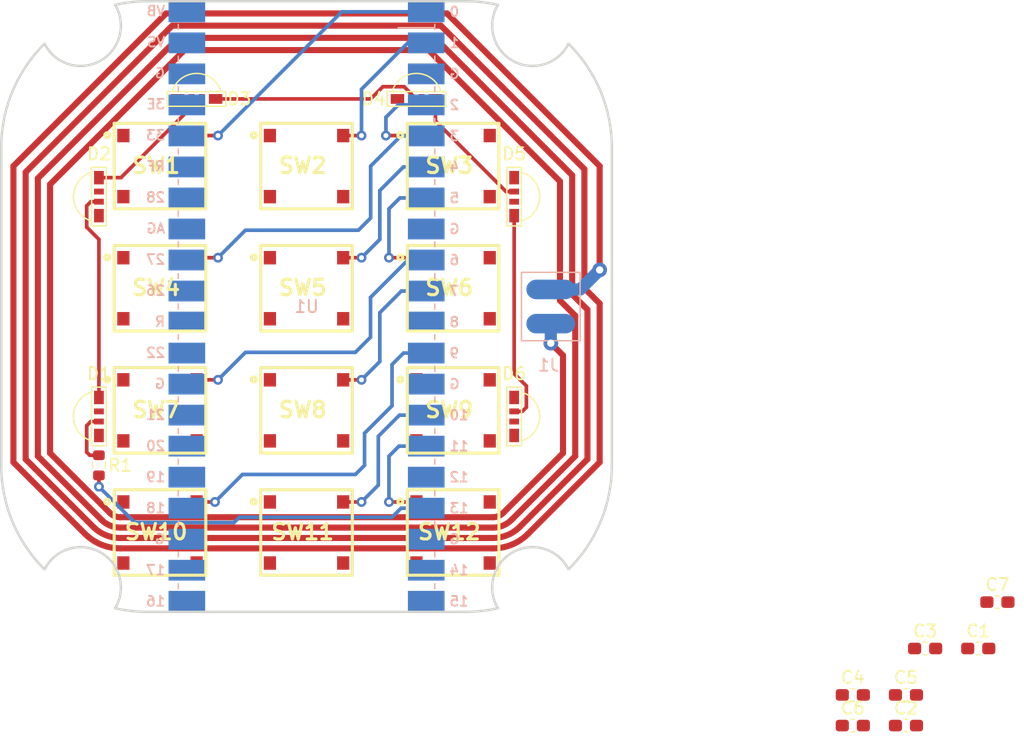
<source format=kicad_pcb>
(kicad_pcb (version 20221018) (generator pcbnew)
  (title_block (title "Teeny Controller for IIDX"))
  (layers (0 "F.Cu" signal) (31 "B.Cu" signal) (34 "B.Paste" user) (35 "F.Paste" user) (36 "B.SilkS" user "B.Silkscreen") (37 "F.SilkS" user "F.Silkscreen") (38 "B.Mask" user) (39 "F.Mask" user) (44 "Edge.Cuts" user))
  (net 0 "")
  (net 1 "+5V")
  (net 2 "GND")
  (net 3 "+3V3")
  (net 5 "Net-(D1-In)")
  (net 6 "Net-(D1-Out)")
  (net 9 "Net-(D2-Out)")
  (net 12 "Net-(D3-Out)")
  (net 15 "Net-(D4-Out)")
  (net 18 "Net-(D5-Out)")
  (net 26 "Net-(U1-GPIO13)")
  (net 27 "Net-(U1-GPIO0)")
  (net 32 "Net-(U1-GPIO1)")
  (net 33 "Net-(U1-GPIO2)")
  (net 44 "Net-(U1-GPIO3)")
  (net 45 "Net-(U1-GPIO4)")
  (net 47 "Net-(U1-GPIO5)")
  (net 50 "Net-(U1-GPIO6)")
  (net 51 "Net-(U1-GPIO7)")
  (net 52 "Net-(U1-GPIO8)")
  (net 55 "Net-(U1-GPIO9)")
  (net 56 "Net-(U1-GPIO10)")
  (net 57 "Net-(U1-GPIO11)")
  (net 77 "/ANT")
  (footprint "aic_pico:SKRR" (layer "F.Cu") (at 147.32 131.9)
    (fp_text reference "SW12" (at -0.315 -0.046) (layer "F.SilkS") (effects (font (size 1.27 1.27) (thickness 0.254))))
    (fp_text value "SKRR_4pin" hide)
    (fp_line (start -3.75 -3.5) (end -3.75 3.5) (stroke (width 0.254)) (layer "F.SilkS"))
    (fp_line (start -3.75 3.5) (end 3.75 3.5) (stroke (width 0.254)) (layer "F.SilkS"))
    (fp_line (start 3.75 -3.5) (end -3.75 -3.5) (stroke (width 0.254)) (layer "F.SilkS"))
    (fp_line (start 3.75 3.5) (end 3.75 -3.5) (stroke (width 0.254)) (layer "F.SilkS"))
    (fp_circle (center -4.321 -2.524) (end -4.321 -2.45095) (stroke (width 0.254)) (fill none) (layer "F.SilkS"))
    (pad "1" smd rect (at -3 -2.5) (size 1 1.1) (layers "F.Cu" "F.Paste" "F.Mask") (net 57 "Net-(U1-GPIO11)"))
    (pad "2" smd rect (at -3 2.5) (size 1 1.1) (layers "F.Cu" "F.Paste" "F.Mask") (net 2 "GND"))
    (pad "3" smd rect (at 3 -2.5) (size 1 1.1) (layers "F.Cu" "F.Paste" "F.Mask"))
    (pad "4" smd rect (at 3 2.5) (size 1 1.1) (layers "F.Cu" "F.Paste" "F.Mask"))
  )
  (footprint "aic_pico:WS2812B-1204" (layer "F.Cu") (at 144.32 96.4 180)
    (fp_text reference "D4" (at 3.5 0) (layer "F.SilkS"))
    (fp_text value "WS2812B_Unified" hide)
    (fp_line (start -2.4 0.6) (end -2.4 -0.6) (stroke (width 0.12)) (layer "F.SilkS"))
    (fp_line (start 2.4 -0.6) (end -2.4 -0.6) (stroke (width 0.12)) (layer "F.SilkS"))
    (fp_line (start 2.4 -0.6) (end 2.4 0.6) (stroke (width 0.12)) (layer "F.SilkS"))
    (fp_line (start 2.4 0.6) (end -2.4 0.6) (stroke (width 0.12)) (layer "F.SilkS"))
    (fp_arc (start 2 0.6) (mid 0 2.088061) (end -2 0.6) (stroke (width 0.12)) (layer "F.SilkS"))
    (pad "G" smd rect (at 1.555 0 180) (size 1.1 0.8) (layers "F.Cu" "F.Paste" "F.Mask"))
    (pad "I" smd rect (at 0.415 0 180) (size 0.48 0.8) (layers "F.Cu" "F.Paste" "F.Mask") (net 12 "Net-(D3-Out)"))
    (pad "O" smd rect (at -1.555 0 180) (size 1.1 0.8) (layers "F.Cu" "F.Paste" "F.Mask") (net 15 "Net-(D4-Out)"))
    (pad "V" smd rect (at -0.415 0 180) (size 0.48 0.8) (layers "F.Cu" "F.Paste" "F.Mask"))
  )
  (footprint "aic_pico:SKRR" (layer "F.Cu") (at 123.32 101.9)
    (fp_text reference "SW1" (at -0.315 -0.046) (layer "F.SilkS") (effects (font (size 1.27 1.27) (thickness 0.254))))
    (fp_text value "SKRR_4pin" hide)
    (fp_line (start -3.75 -3.5) (end -3.75 3.5) (stroke (width 0.254)) (layer "F.SilkS"))
    (fp_line (start -3.75 3.5) (end 3.75 3.5) (stroke (width 0.254)) (layer "F.SilkS"))
    (fp_line (start 3.75 -3.5) (end -3.75 -3.5) (stroke (width 0.254)) (layer "F.SilkS"))
    (fp_line (start 3.75 3.5) (end 3.75 -3.5) (stroke (width 0.254)) (layer "F.SilkS"))
    (fp_circle (center -4.321 -2.524) (end -4.321 -2.45095) (stroke (width 0.254)) (fill none) (layer "F.SilkS"))
    (pad "1" smd rect (at -3 -2.5) (size 1 1.1) (layers "F.Cu" "F.Paste" "F.Mask"))
    (pad "2" smd rect (at -3 2.5) (size 1 1.1) (layers "F.Cu" "F.Paste" "F.Mask"))
    (pad "3" smd rect (at 3 -2.5) (size 1 1.1) (layers "F.Cu" "F.Paste" "F.Mask") (net 27 "Net-(U1-GPIO0)"))
    (pad "4" smd rect (at 3 2.5) (size 1 1.1) (layers "F.Cu" "F.Paste" "F.Mask") (net 2 "GND"))
  )
  (footprint "aic_pico:SKRR" (layer "F.Cu") (at 135.32 101.9)
    (fp_text reference "SW2" (at -0.315 -0.046) (layer "F.SilkS") (effects (font (size 1.27 1.27) (thickness 0.254))))
    (fp_text value "SKRR_4pin" hide)
    (fp_line (start -3.75 -3.5) (end -3.75 3.5) (stroke (width 0.254)) (layer "F.SilkS"))
    (fp_line (start -3.75 3.5) (end 3.75 3.5) (stroke (width 0.254)) (layer "F.SilkS"))
    (fp_line (start 3.75 -3.5) (end -3.75 -3.5) (stroke (width 0.254)) (layer "F.SilkS"))
    (fp_line (start 3.75 3.5) (end 3.75 -3.5) (stroke (width 0.254)) (layer "F.SilkS"))
    (fp_circle (center -4.321 -2.524) (end -4.321 -2.45095) (stroke (width 0.254)) (fill none) (layer "F.SilkS"))
    (pad "1" smd rect (at -3 -2.5) (size 1 1.1) (layers "F.Cu" "F.Paste" "F.Mask"))
    (pad "2" smd rect (at -3 2.5) (size 1 1.1) (layers "F.Cu" "F.Paste" "F.Mask"))
    (pad "3" smd rect (at 3 -2.5) (size 1 1.1) (layers "F.Cu" "F.Paste" "F.Mask") (net 32 "Net-(U1-GPIO1)"))
    (pad "4" smd rect (at 3 2.5) (size 1 1.1) (layers "F.Cu" "F.Paste" "F.Mask") (net 2 "GND"))
  )
  (footprint "Capacitor_SMD:C_0603_1608Metric_Pad1.08x0.95mm_HandSolder" (layer "F.Cu") (at 191.89 137.6)
    (fp_text reference "C7" (at 0 -1.43) (layer "F.SilkS"))
    (fp_text value "0.1uF")
    (fp_line (start -0.146267 -0.51) (end 0.146267 -0.51) (stroke (width 0.12)) (layer "F.SilkS"))
    (fp_line (start -0.146267 0.51) (end 0.146267 0.51) (stroke (width 0.12)) (layer "F.SilkS"))
    (pad "1" smd roundrect (at -0.8625 0) (size 1.075 0.95) (layers "F.Cu" "F.Paste" "F.Mask") (net 3 "+3V3"))
    (pad "2" smd roundrect (at 0.8625 0) (size 1.075 0.95) (layers "F.Cu" "F.Paste" "F.Mask") (net 2 "GND"))
  )
  (footprint "aic_pico:WS2812B-1204" (layer "F.Cu") (at 152.32 104.4 90)
    (fp_text reference "D5" (at 3.5 0 180) (layer "F.SilkS"))
    (fp_text value "WS2812B_Unified" hide)
    (fp_line (start -2.4 0.6) (end -2.4 -0.6) (stroke (width 0.12)) (layer "F.SilkS"))
    (fp_line (start 2.4 -0.6) (end -2.4 -0.6) (stroke (width 0.12)) (layer "F.SilkS"))
    (fp_line (start 2.4 -0.6) (end 2.4 0.6) (stroke (width 0.12)) (layer "F.SilkS"))
    (fp_line (start 2.4 0.6) (end -2.4 0.6) (stroke (width 0.12)) (layer "F.SilkS"))
    (fp_arc (start 2 0.6) (mid 0 2.088061) (end -2 0.6) (stroke (width 0.12)) (layer "F.SilkS"))
    (pad "G" smd rect (at 1.555 0 90) (size 1.1 0.8) (layers "F.Cu" "F.Paste" "F.Mask"))
    (pad "I" smd rect (at 0.415 0 90) (size 0.48 0.8) (layers "F.Cu" "F.Paste" "F.Mask") (net 15 "Net-(D4-Out)"))
    (pad "O" smd rect (at -1.555 0 90) (size 1.1 0.8) (layers "F.Cu" "F.Paste" "F.Mask") (net 18 "Net-(D5-Out)"))
    (pad "V" smd rect (at -0.415 0 90) (size 0.48 0.8) (layers "F.Cu" "F.Paste" "F.Mask"))
  )
  (footprint "aic_pico:SKRR" (layer "F.Cu") (at 135.32 121.9)
    (fp_text reference "SW8" (at -0.315 -0.046) (layer "F.SilkS") (effects (font (size 1.27 1.27) (thickness 0.254))))
    (fp_text value "SKRR_4pin" hide)
    (fp_line (start -3.75 -3.5) (end -3.75 3.5) (stroke (width 0.254)) (layer "F.SilkS"))
    (fp_line (start -3.75 3.5) (end 3.75 3.5) (stroke (width 0.254)) (layer "F.SilkS"))
    (fp_line (start 3.75 -3.5) (end -3.75 -3.5) (stroke (width 0.254)) (layer "F.SilkS"))
    (fp_line (start 3.75 3.5) (end 3.75 -3.5) (stroke (width 0.254)) (layer "F.SilkS"))
    (fp_circle (center -4.321 -2.524) (end -4.321 -2.45095) (stroke (width 0.254)) (fill none) (layer "F.SilkS"))
    (pad "1" smd rect (at -3 -2.5) (size 1 1.1) (layers "F.Cu" "F.Paste" "F.Mask"))
    (pad "2" smd rect (at -3 2.5) (size 1 1.1) (layers "F.Cu" "F.Paste" "F.Mask"))
    (pad "3" smd rect (at 3 -2.5) (size 1 1.1) (layers "F.Cu" "F.Paste" "F.Mask") (net 51 "Net-(U1-GPIO7)"))
    (pad "4" smd rect (at 3 2.5) (size 1 1.1) (layers "F.Cu" "F.Paste" "F.Mask") (net 2 "GND"))
  )
  (footprint "aic_pico:WS2812B-1204" (layer "F.Cu") (at 126.32 96.4 180)
    (fp_text reference "D3" (at -3.5 0) (layer "F.SilkS"))
    (fp_text value "WS2812B_Unified" hide)
    (fp_line (start -2.4 0.6) (end -2.4 -0.6) (stroke (width 0.12)) (layer "F.SilkS"))
    (fp_line (start 2.4 -0.6) (end -2.4 -0.6) (stroke (width 0.12)) (layer "F.SilkS"))
    (fp_line (start 2.4 -0.6) (end 2.4 0.6) (stroke (width 0.12)) (layer "F.SilkS"))
    (fp_line (start 2.4 0.6) (end -2.4 0.6) (stroke (width 0.12)) (layer "F.SilkS"))
    (fp_arc (start 2 0.6) (mid 0 2.088061) (end -2 0.6) (stroke (width 0.12)) (layer "F.SilkS"))
    (pad "G" smd rect (at 1.555 0 180) (size 1.1 0.8) (layers "F.Cu" "F.Paste" "F.Mask"))
    (pad "I" smd rect (at 0.415 0 180) (size 0.48 0.8) (layers "F.Cu" "F.Paste" "F.Mask") (net 9 "Net-(D2-Out)"))
    (pad "O" smd rect (at -1.555 0 180) (size 1.1 0.8) (layers "F.Cu" "F.Paste" "F.Mask") (net 12 "Net-(D3-Out)"))
    (pad "V" smd rect (at -0.415 0 180) (size 0.48 0.8) (layers "F.Cu" "F.Paste" "F.Mask"))
  )
  (footprint "aic_pico:SKRR" (layer "F.Cu") (at 147.32 121.9)
    (fp_text reference "SW9" (at -0.315 -0.046) (layer "F.SilkS") (effects (font (size 1.27 1.27) (thickness 0.254))))
    (fp_text value "SKRR_4pin" hide)
    (fp_line (start -3.75 -3.5) (end -3.75 3.5) (stroke (width 0.254)) (layer "F.SilkS"))
    (fp_line (start -3.75 3.5) (end 3.75 3.5) (stroke (width 0.254)) (layer "F.SilkS"))
    (fp_line (start 3.75 -3.5) (end -3.75 -3.5) (stroke (width 0.254)) (layer "F.SilkS"))
    (fp_line (start 3.75 3.5) (end 3.75 -3.5) (stroke (width 0.254)) (layer "F.SilkS"))
    (fp_circle (center -4.321 -2.524) (end -4.321 -2.45095) (stroke (width 0.254)) (fill none) (layer "F.SilkS"))
    (pad "1" smd rect (at -3 -2.5) (size 1 1.1) (layers "F.Cu" "F.Paste" "F.Mask") (net 52 "Net-(U1-GPIO8)"))
    (pad "2" smd rect (at -3 2.5) (size 1 1.1) (layers "F.Cu" "F.Paste" "F.Mask") (net 2 "GND"))
    (pad "3" smd rect (at 3 -2.5) (size 1 1.1) (layers "F.Cu" "F.Paste" "F.Mask"))
    (pad "4" smd rect (at 3 2.5) (size 1 1.1) (layers "F.Cu" "F.Paste" "F.Mask"))
  )
  (footprint "aic_pico:SKRR" (layer "F.Cu") (at 135.32 131.9)
    (fp_text reference "SW11" (at -0.315 -0.046) (layer "F.SilkS") (effects (font (size 1.27 1.27) (thickness 0.254))))
    (fp_text value "SKRR_4pin" hide)
    (fp_line (start -3.75 -3.5) (end -3.75 3.5) (stroke (width 0.254)) (layer "F.SilkS"))
    (fp_line (start -3.75 3.5) (end 3.75 3.5) (stroke (width 0.254)) (layer "F.SilkS"))
    (fp_line (start 3.75 -3.5) (end -3.75 -3.5) (stroke (width 0.254)) (layer "F.SilkS"))
    (fp_line (start 3.75 3.5) (end 3.75 -3.5) (stroke (width 0.254)) (layer "F.SilkS"))
    (fp_circle (center -4.321 -2.524) (end -4.321 -2.45095) (stroke (width 0.254)) (fill none) (layer "F.SilkS"))
    (pad "1" smd rect (at -3 -2.5) (size 1 1.1) (layers "F.Cu" "F.Paste" "F.Mask"))
    (pad "2" smd rect (at -3 2.5) (size 1 1.1) (layers "F.Cu" "F.Paste" "F.Mask"))
    (pad "3" smd rect (at 3 -2.5) (size 1 1.1) (layers "F.Cu" "F.Paste" "F.Mask") (net 56 "Net-(U1-GPIO10)"))
    (pad "4" smd rect (at 3 2.5) (size 1 1.1) (layers "F.Cu" "F.Paste" "F.Mask") (net 2 "GND"))
  )
  (footprint "aic_pico:SKRR" (layer "F.Cu") (at 123.32 121.9)
    (fp_text reference "SW7" (at -0.315 -0.046) (layer "F.SilkS") (effects (font (size 1.27 1.27) (thickness 0.254))))
    (fp_text value "SKRR_4pin" hide)
    (fp_line (start -3.75 -3.5) (end -3.75 3.5) (stroke (width 0.254)) (layer "F.SilkS"))
    (fp_line (start -3.75 3.5) (end 3.75 3.5) (stroke (width 0.254)) (layer "F.SilkS"))
    (fp_line (start 3.75 -3.5) (end -3.75 -3.5) (stroke (width 0.254)) (layer "F.SilkS"))
    (fp_line (start 3.75 3.5) (end 3.75 -3.5) (stroke (width 0.254)) (layer "F.SilkS"))
    (fp_circle (center -4.321 -2.524) (end -4.321 -2.45095) (stroke (width 0.254)) (fill none) (layer "F.SilkS"))
    (pad "1" smd rect (at -3 -2.5) (size 1 1.1) (layers "F.Cu" "F.Paste" "F.Mask"))
    (pad "2" smd rect (at -3 2.5) (size 1 1.1) (layers "F.Cu" "F.Paste" "F.Mask"))
    (pad "3" smd rect (at 3 -2.5) (size 1 1.1) (layers "F.Cu" "F.Paste" "F.Mask") (net 50 "Net-(U1-GPIO6)"))
    (pad "4" smd rect (at 3 2.5) (size 1 1.1) (layers "F.Cu" "F.Paste" "F.Mask") (net 2 "GND"))
  )
  (footprint "aic_pico:WS2812B-1204" (layer "F.Cu") (at 118.32 122.4 -90)
    (fp_text reference "D1" (at -3.5 0 -180) (layer "F.SilkS"))
    (fp_text value "WS2812B_Unified" hide)
    (fp_line (start -2.4 0.6) (end -2.4 -0.6) (stroke (width 0.12)) (layer "F.SilkS"))
    (fp_line (start 2.4 -0.6) (end -2.4 -0.6) (stroke (width 0.12)) (layer "F.SilkS"))
    (fp_line (start 2.4 -0.6) (end 2.4 0.6) (stroke (width 0.12)) (layer "F.SilkS"))
    (fp_line (start 2.4 0.6) (end -2.4 0.6) (stroke (width 0.12)) (layer "F.SilkS"))
    (fp_arc (start 2 0.6) (mid 0 2.088061) (end -2 0.6) (stroke (width 0.12)) (layer "F.SilkS"))
    (pad "G" smd rect (at 1.555 0 270) (size 1.1 0.8) (layers "F.Cu" "F.Paste" "F.Mask"))
    (pad "I" smd rect (at 0.415 0 270) (size 0.48 0.8) (layers "F.Cu" "F.Paste" "F.Mask") (net 5 "Net-(D1-In)"))
    (pad "O" smd rect (at -1.555 0 270) (size 1.1 0.8) (layers "F.Cu" "F.Paste" "F.Mask") (net 6 "Net-(D1-Out)"))
    (pad "V" smd rect (at -0.415 0 270) (size 0.48 0.8) (layers "F.Cu" "F.Paste" "F.Mask"))
  )
  (footprint "Capacitor_SMD:C_0603_1608Metric_Pad1.08x0.95mm_HandSolder" (layer "F.Cu") (at 185.97 141.4)
    (fp_text reference "C3" (at 0 -1.43) (layer "F.SilkS"))
    (fp_text value "0.1uF")
    (fp_line (start -0.146267 -0.51) (end 0.146267 -0.51) (stroke (width 0.12)) (layer "F.SilkS"))
    (fp_line (start -0.146267 0.51) (end 0.146267 0.51) (stroke (width 0.12)) (layer "F.SilkS"))
    (pad "1" smd roundrect (at -0.8625 0) (size 1.075 0.95) (layers "F.Cu" "F.Paste" "F.Mask") (net 1 "+5V"))
    (pad "2" smd roundrect (at 0.8625 0) (size 1.075 0.95) (layers "F.Cu" "F.Paste" "F.Mask") (net 2 "GND"))
  )
  (footprint "aic_pico:SKRR" (layer "F.Cu") (at 123.32 131.9)
    (fp_text reference "SW10" (at -0.315 -0.046) (layer "F.SilkS") (effects (font (size 1.27 1.27) (thickness 0.254))))
    (fp_text value "SKRR_4pin" hide)
    (fp_line (start -3.75 -3.5) (end -3.75 3.5) (stroke (width 0.254)) (layer "F.SilkS"))
    (fp_line (start -3.75 3.5) (end 3.75 3.5) (stroke (width 0.254)) (layer "F.SilkS"))
    (fp_line (start 3.75 -3.5) (end -3.75 -3.5) (stroke (width 0.254)) (layer "F.SilkS"))
    (fp_line (start 3.75 3.5) (end 3.75 -3.5) (stroke (width 0.254)) (layer "F.SilkS"))
    (fp_circle (center -4.321 -2.524) (end -4.321 -2.45095) (stroke (width 0.254)) (fill none) (layer "F.SilkS"))
    (pad "1" smd rect (at -3 -2.5) (size 1 1.1) (layers "F.Cu" "F.Paste" "F.Mask"))
    (pad "2" smd rect (at -3 2.5) (size 1 1.1) (layers "F.Cu" "F.Paste" "F.Mask"))
    (pad "3" smd rect (at 3 -2.5) (size 1 1.1) (layers "F.Cu" "F.Paste" "F.Mask") (net 55 "Net-(U1-GPIO9)"))
    (pad "4" smd rect (at 3 2.5) (size 1 1.1) (layers "F.Cu" "F.Paste" "F.Mask") (net 2 "GND"))
  )
  (footprint "Capacitor_SMD:C_0603_1608Metric_Pad1.08x0.95mm_HandSolder" (layer "F.Cu") (at 180.05 147.71)
    (fp_text reference "C6" (at 0 -1.43) (layer "F.SilkS"))
    (fp_text value "0.1uF")
    (fp_line (start -0.146267 -0.51) (end 0.146267 -0.51) (stroke (width 0.12)) (layer "F.SilkS"))
    (fp_line (start -0.146267 0.51) (end 0.146267 0.51) (stroke (width 0.12)) (layer "F.SilkS"))
    (pad "1" smd roundrect (at -0.8625 0) (size 1.075 0.95) (layers "F.Cu" "F.Paste" "F.Mask") (net 3 "+3V3"))
    (pad "2" smd roundrect (at 0.8625 0) (size 1.075 0.95) (layers "F.Cu" "F.Paste" "F.Mask") (net 2 "GND"))
  )
  (footprint "Resistor_SMD:R_0603_1608Metric" (layer "F.Cu") (at 118.32 126.4 -90)
    (fp_text reference "R1" (at 0 -1.75 -180) (layer "F.SilkS"))
    (fp_text value "10" hide)
    (fp_line (start -0.237258 -0.5225) (end 0.237258 -0.5225) (stroke (width 0.12)) (layer "F.SilkS"))
    (fp_line (start -0.237258 0.5225) (end 0.237258 0.5225) (stroke (width 0.12)) (layer "F.SilkS"))
    (pad "1" smd roundrect (at -0.825 0 270) (size 0.8 0.95) (layers "F.Cu" "F.Paste" "F.Mask") (net 5 "Net-(D1-In)"))
    (pad "2" smd roundrect (at 0.825 0 270) (size 0.8 0.95) (layers "F.Cu" "F.Paste" "F.Mask") (net 26 "Net-(U1-GPIO13)"))
  )
  (footprint "aic_pico:SKRR" (layer "F.Cu") (at 147.32 101.9)
    (fp_text reference "SW3" (at -0.315 -0.046) (layer "F.SilkS") (effects (font (size 1.27 1.27) (thickness 0.254))))
    (fp_text value "SKRR_4pin" hide)
    (fp_line (start -3.75 -3.5) (end -3.75 3.5) (stroke (width 0.254)) (layer "F.SilkS"))
    (fp_line (start -3.75 3.5) (end 3.75 3.5) (stroke (width 0.254)) (layer "F.SilkS"))
    (fp_line (start 3.75 -3.5) (end -3.75 -3.5) (stroke (width 0.254)) (layer "F.SilkS"))
    (fp_line (start 3.75 3.5) (end 3.75 -3.5) (stroke (width 0.254)) (layer "F.SilkS"))
    (fp_circle (center -4.321 -2.524) (end -4.321 -2.45095) (stroke (width 0.254)) (fill none) (layer "F.SilkS"))
    (pad "1" smd rect (at -3 -2.5) (size 1 1.1) (layers "F.Cu" "F.Paste" "F.Mask") (net 33 "Net-(U1-GPIO2)"))
    (pad "2" smd rect (at -3 2.5) (size 1 1.1) (layers "F.Cu" "F.Paste" "F.Mask") (net 2 "GND"))
    (pad "3" smd rect (at 3 -2.5) (size 1 1.1) (layers "F.Cu" "F.Paste" "F.Mask"))
    (pad "4" smd rect (at 3 2.5) (size 1 1.1) (layers "F.Cu" "F.Paste" "F.Mask"))
  )
  (footprint "Capacitor_SMD:C_0603_1608Metric_Pad1.08x0.95mm_HandSolder" (layer "F.Cu") (at 180.05 145.2)
    (fp_text reference "C4" (at 0 -1.43) (layer "F.SilkS"))
    (fp_text value "0.1uF")
    (fp_line (start -0.146267 -0.51) (end 0.146267 -0.51) (stroke (width 0.12)) (layer "F.SilkS"))
    (fp_line (start -0.146267 0.51) (end 0.146267 0.51) (stroke (width 0.12)) (layer "F.SilkS"))
    (pad "1" smd roundrect (at -0.8625 0) (size 1.075 0.95) (layers "F.Cu" "F.Paste" "F.Mask") (net 3 "+3V3"))
    (pad "2" smd roundrect (at 0.8625 0) (size 1.075 0.95) (layers "F.Cu" "F.Paste" "F.Mask") (net 2 "GND"))
  )
  (footprint "aic_pico:SKRR" (layer "F.Cu") (at 135.32 111.9)
    (fp_text reference "SW5" (at -0.315 -0.046) (layer "F.SilkS") (effects (font (size 1.27 1.27) (thickness 0.254))))
    (fp_text value "SKRR_4pin" hide)
    (fp_line (start -3.75 -3.5) (end -3.75 3.5) (stroke (width 0.254)) (layer "F.SilkS"))
    (fp_line (start -3.75 3.5) (end 3.75 3.5) (stroke (width 0.254)) (layer "F.SilkS"))
    (fp_line (start 3.75 -3.5) (end -3.75 -3.5) (stroke (width 0.254)) (layer "F.SilkS"))
    (fp_line (start 3.75 3.5) (end 3.75 -3.5) (stroke (width 0.254)) (layer "F.SilkS"))
    (fp_circle (center -4.321 -2.524) (end -4.321 -2.45095) (stroke (width 0.254)) (fill none) (layer "F.SilkS"))
    (pad "1" smd rect (at -3 -2.5) (size 1 1.1) (layers "F.Cu" "F.Paste" "F.Mask"))
    (pad "2" smd rect (at -3 2.5) (size 1 1.1) (layers "F.Cu" "F.Paste" "F.Mask"))
    (pad "3" smd rect (at 3 -2.5) (size 1 1.1) (layers "F.Cu" "F.Paste" "F.Mask") (net 45 "Net-(U1-GPIO4)"))
    (pad "4" smd rect (at 3 2.5) (size 1 1.1) (layers "F.Cu" "F.Paste" "F.Mask") (net 2 "GND"))
  )
  (footprint "Capacitor_SMD:C_0603_1608Metric_Pad1.08x0.95mm_HandSolder" (layer "F.Cu") (at 184.4 147.71)
    (fp_text reference "C2" (at 0 -1.43) (layer "F.SilkS"))
    (fp_text value "0.1uF")
    (fp_line (start -0.146267 -0.51) (end 0.146267 -0.51) (stroke (width 0.12)) (layer "F.SilkS"))
    (fp_line (start -0.146267 0.51) (end 0.146267 0.51) (stroke (width 0.12)) (layer "F.SilkS"))
    (pad "1" smd roundrect (at -0.8625 0) (size 1.075 0.95) (layers "F.Cu" "F.Paste" "F.Mask") (net 1 "+5V"))
    (pad "2" smd roundrect (at 0.8625 0) (size 1.075 0.95) (layers "F.Cu" "F.Paste" "F.Mask") (net 2 "GND"))
  )
  (footprint "aic_pico:SKRR" (layer "F.Cu") (at 147.32 111.9)
    (fp_text reference "SW6" (at -0.315 -0.046) (layer "F.SilkS") (effects (font (size 1.27 1.27) (thickness 0.254))))
    (fp_text value "SKRR_4pin" hide)
    (fp_line (start -3.75 -3.5) (end -3.75 3.5) (stroke (width 0.254)) (layer "F.SilkS"))
    (fp_line (start -3.75 3.5) (end 3.75 3.5) (stroke (width 0.254)) (layer "F.SilkS"))
    (fp_line (start 3.75 -3.5) (end -3.75 -3.5) (stroke (width 0.254)) (layer "F.SilkS"))
    (fp_line (start 3.75 3.5) (end 3.75 -3.5) (stroke (width 0.254)) (layer "F.SilkS"))
    (fp_circle (center -4.321 -2.524) (end -4.321 -2.45095) (stroke (width 0.254)) (fill none) (layer "F.SilkS"))
    (pad "1" smd rect (at -3 -2.5) (size 1 1.1) (layers "F.Cu" "F.Paste" "F.Mask") (net 47 "Net-(U1-GPIO5)"))
    (pad "2" smd rect (at -3 2.5) (size 1 1.1) (layers "F.Cu" "F.Paste" "F.Mask") (net 2 "GND"))
    (pad "3" smd rect (at 3 -2.5) (size 1 1.1) (layers "F.Cu" "F.Paste" "F.Mask"))
    (pad "4" smd rect (at 3 2.5) (size 1 1.1) (layers "F.Cu" "F.Paste" "F.Mask"))
  )
  (footprint "Capacitor_SMD:C_0603_1608Metric_Pad1.08x0.95mm_HandSolder" (layer "F.Cu") (at 184.4 145.2)
    (fp_text reference "C5" (at 0 -1.43) (layer "F.SilkS"))
    (fp_text value "0.1uF")
    (fp_line (start -0.146267 -0.51) (end 0.146267 -0.51) (stroke (width 0.12)) (layer "F.SilkS"))
    (fp_line (start -0.146267 0.51) (end 0.146267 0.51) (stroke (width 0.12)) (layer "F.SilkS"))
    (pad "1" smd roundrect (at -0.8625 0) (size 1.075 0.95) (layers "F.Cu" "F.Paste" "F.Mask") (net 3 "+3V3"))
    (pad "2" smd roundrect (at 0.8625 0) (size 1.075 0.95) (layers "F.Cu" "F.Paste" "F.Mask") (net 2 "GND"))
  )
  (footprint "Capacitor_SMD:C_0603_1608Metric_Pad1.08x0.95mm_HandSolder" (layer "F.Cu") (at 190.32 141.4)
    (fp_text reference "C1" (at 0 -1.43) (layer "F.SilkS"))
    (fp_text value "0.1uF")
    (fp_line (start -0.146267 -0.51) (end 0.146267 -0.51) (stroke (width 0.12)) (layer "F.SilkS"))
    (fp_line (start -0.146267 0.51) (end 0.146267 0.51) (stroke (width 0.12)) (layer "F.SilkS"))
    (pad "1" smd roundrect (at -0.8625 0) (size 1.075 0.95) (layers "F.Cu" "F.Paste" "F.Mask") (net 1 "+5V"))
    (pad "2" smd roundrect (at 0.8625 0) (size 1.075 0.95) (layers "F.Cu" "F.Paste" "F.Mask") (net 2 "GND"))
  )
  (footprint "aic_pico:WS2812B-1204" (layer "F.Cu") (at 152.32 122.4 90)
    (fp_text reference "D6" (at 3.5 0 180) (layer "F.SilkS"))
    (fp_text value "WS2812B_Unified" hide)
    (fp_line (start -2.4 0.6) (end -2.4 -0.6) (stroke (width 0.12)) (layer "F.SilkS"))
    (fp_line (start 2.4 -0.6) (end -2.4 -0.6) (stroke (width 0.12)) (layer "F.SilkS"))
    (fp_line (start 2.4 -0.6) (end 2.4 0.6) (stroke (width 0.12)) (layer "F.SilkS"))
    (fp_line (start 2.4 0.6) (end -2.4 0.6) (stroke (width 0.12)) (layer "F.SilkS"))
    (fp_arc (start 2 0.6) (mid 0 2.088061) (end -2 0.6) (stroke (width 0.12)) (layer "F.SilkS"))
    (pad "G" smd rect (at 1.555 0 90) (size 1.1 0.8) (layers "F.Cu" "F.Paste" "F.Mask"))
    (pad "I" smd rect (at 0.415 0 90) (size 0.48 0.8) (layers "F.Cu" "F.Paste" "F.Mask") (net 18 "Net-(D5-Out)"))
    (pad "O" smd rect (at -1.555 0 90) (size 1.1 0.8) (layers "F.Cu" "F.Paste" "F.Mask"))
    (pad "V" smd rect (at -0.415 0 90) (size 0.48 0.8) (layers "F.Cu" "F.Paste" "F.Mask"))
  )
  (footprint "aic_pico:SKRR" (layer "F.Cu") (at 123.32 111.9)
    (fp_text reference "SW4" (at -0.315 -0.046) (layer "F.SilkS") (effects (font (size 1.27 1.27) (thickness 0.254))))
    (fp_text value "SKRR_4pin" hide)
    (fp_line (start -3.75 -3.5) (end -3.75 3.5) (stroke (width 0.254)) (layer "F.SilkS"))
    (fp_line (start -3.75 3.5) (end 3.75 3.5) (stroke (width 0.254)) (layer "F.SilkS"))
    (fp_line (start 3.75 -3.5) (end -3.75 -3.5) (stroke (width 0.254)) (layer "F.SilkS"))
    (fp_line (start 3.75 3.5) (end 3.75 -3.5) (stroke (width 0.254)) (layer "F.SilkS"))
    (fp_circle (center -4.321 -2.524) (end -4.321 -2.45095) (stroke (width 0.254)) (fill none) (layer "F.SilkS"))
    (pad "1" smd rect (at -3 -2.5) (size 1 1.1) (layers "F.Cu" "F.Paste" "F.Mask"))
    (pad "2" smd rect (at -3 2.5) (size 1 1.1) (layers "F.Cu" "F.Paste" "F.Mask"))
    (pad "3" smd rect (at 3 -2.5) (size 1 1.1) (layers "F.Cu" "F.Paste" "F.Mask") (net 44 "Net-(U1-GPIO3)"))
    (pad "4" smd rect (at 3 2.5) (size 1 1.1) (layers "F.Cu" "F.Paste" "F.Mask") (net 2 "GND"))
  )
  (footprint "aic_pico:WS2812B-1204" (layer "F.Cu") (at 118.32 104.4 -90)
    (fp_text reference "D2" (at -3.5 0 -180) (layer "F.SilkS"))
    (fp_text value "WS2812B_Unified" hide)
    (fp_line (start -2.4 0.6) (end -2.4 -0.6) (stroke (width 0.12)) (layer "F.SilkS"))
    (fp_line (start 2.4 -0.6) (end -2.4 -0.6) (stroke (width 0.12)) (layer "F.SilkS"))
    (fp_line (start 2.4 -0.6) (end 2.4 0.6) (stroke (width 0.12)) (layer "F.SilkS"))
    (fp_line (start 2.4 0.6) (end -2.4 0.6) (stroke (width 0.12)) (layer "F.SilkS"))
    (fp_arc (start 2 0.6) (mid 0 2.088061) (end -2 0.6) (stroke (width 0.12)) (layer "F.SilkS"))
    (pad "G" smd rect (at 1.555 0 270) (size 1.1 0.8) (layers "F.Cu" "F.Paste" "F.Mask"))
    (pad "I" smd rect (at 0.415 0 270) (size 0.48 0.8) (layers "F.Cu" "F.Paste" "F.Mask") (net 6 "Net-(D1-Out)"))
    (pad "O" smd rect (at -1.555 0 270) (size 1.1 0.8) (layers "F.Cu" "F.Paste" "F.Mask") (net 9 "Net-(D2-Out)"))
    (pad "V" smd rect (at -0.415 0 270) (size 0.48 0.8) (layers "F.Cu" "F.Paste" "F.Mask"))
  )
  (footprint "aic_pico:RPi_Pico_SMD_No_USB" (layer "B.Cu") (at 135.32 113.4 180)
    (fp_text reference "U1" (at 0 0) (layer "B.SilkS") (effects (justify mirror)))
    (fp_text value "Pico_Trim")
    (fp_text user "VB" (at 12.342857 24.2) (layer "B.SilkS") (effects (font (size 0.8 0.8)) (justify mirror)))
    (fp_text user "14" (at -12.480952 -21.59) (layer "B.SilkS") (effects (font (size 0.8 0.8)) (justify mirror)))
    (fp_text user "27" (at 12.361905 3.850528) (layer "B.SilkS") (effects (font (size 0.8 0.8)) (justify mirror)))
    (fp_text user "17" (at 12.361905 -21.586312) (layer "B.SilkS") (effects (font (size 0.8 0.8)) (justify mirror)))
    (fp_text user "4" (at -12.1 11.43) (layer "B.SilkS") (effects (font (size 0.8 0.8)) (justify mirror)))
    (fp_text user "3E" (at 12.342857 16.568948) (layer "B.SilkS") (effects (font (size 0.8 0.8)) (justify mirror)))
    (fp_text user "G" (at 12 -6.324208) (layer "B.SilkS") (effects (font (size 0.8 0.8)) (justify mirror)))
    (fp_text user "12" (at -12.480952 -13.97) (layer "B.SilkS") (effects (font (size 0.8 0.8)) (justify mirror)))
    (fp_text user "33" (at 12.361905 14.025264) (layer "B.SilkS") (effects (font (size 0.8 0.8)) (justify mirror)))
    (fp_text user "9" (at -12.1 -3.81) (layer "B.SilkS") (effects (font (size 0.8 0.8)) (justify mirror)))
    (fp_text user "11" (at -12.480952 -11.43) (layer "B.SilkS") (effects (font (size 0.8 0.8)) (justify mirror)))
    (fp_text user "16" (at 12.361905 -24.13) (layer "B.SilkS") (effects (font (size 0.8 0.8)) (justify mirror)))
    (fp_text user "RF" (at 12.342857 11.48158) (layer "B.SilkS") (effects (font (size 0.8 0.8)) (justify mirror)))
    (fp_text user "G" (at 12 -19.042628) (layer "B.SilkS") (effects (font (size 0.8 0.8)) (justify mirror)))
    (fp_text user "5" (at -12.1 8.89) (layer "B.SilkS") (effects (font (size 0.8 0.8)) (justify mirror)))
    (fp_text user "22" (at 12.361905 -3.780524) (layer "B.SilkS") (effects (font (size 0.8 0.8)) (justify mirror)))
    (fp_text user "R" (at 12 -1.23684) (layer "B.SilkS") (effects (font (size 0.8 0.8)) (justify mirror)))
    (fp_text user "G" (at -12.119047 -19.05) (layer "B.SilkS") (effects (font (size 0.8 0.8)) (justify mirror)))
    (fp_text user "G" (at -12.119047 19.05) (layer "B.SilkS") (effects (font (size 0.8 0.8)) (justify mirror)))
    (fp_text user "8" (at -12.1 -1.27) (layer "B.SilkS") (effects (font (size 0.8 0.8)) (justify mirror)))
    (fp_text user "10" (at -12.480952 -8.89) (layer "B.SilkS") (effects (font (size 0.8 0.8)) (justify mirror)))
    (fp_text user "21" (at 12.361905 -8.867892) (layer "B.SilkS") (effects (font (size 0.8 0.8)) (justify mirror)))
    (fp_text user "G" (at 12 19.112632) (layer "B.SilkS") (effects (font (size 0.8 0.8)) (justify mirror)))
    (fp_text user "G" (at -12.119047 -6.35) (layer "B.SilkS") (effects (font (size 0.8 0.8)) (justify mirror)))
    (fp_text user "6" (at -12.1 3.81) (layer "B.SilkS") (effects (font (size 0.8 0.8)) (justify mirror)))
    (fp_text user "1" (at -12.1 21.59) (layer "B.SilkS") (effects (font (size 0.8 0.8)) (justify mirror)))
    (fp_text user "G" (at -12.119047 6.35) (layer "B.SilkS") (effects (font (size 0.8 0.8)) (justify mirror)))
    (fp_text user "AG" (at 12.342857 6.394212) (layer "B.SilkS") (effects (font (size 0.8 0.8)) (justify mirror)))
    (fp_text user "0" (at -12.1 24.13) (layer "B.SilkS") (effects (font (size 0.8 0.8)) (justify mirror)))
    (fp_text user "28" (at 12.361905 8.937896) (layer "B.SilkS") (effects (font (size 0.8 0.8)) (justify mirror)))
    (fp_text user "18" (at 12.361905 -16.498944) (layer "B.SilkS") (effects (font (size 0.8 0.8)) (justify mirror)))
    (fp_text user "VS" (at 12.323809 21.656316) (layer "B.SilkS") (effects (font (size 0.8 0.8)) (justify mirror)))
    (fp_text user "26" (at 12.361905 1.306844) (layer "B.SilkS") (effects (font (size 0.8 0.8)) (justify mirror)))
    (fp_text user "20" (at 12.361905 -11.411576) (layer "B.SilkS") (effects (font (size 0.8 0.8)) (justify mirror)))
    (fp_text user "19" (at 12.361905 -13.95526) (layer "B.SilkS") (effects (font (size 0.8 0.8)) (justify mirror)))
    (fp_text user "2" (at -12.1 16.51) (layer "B.SilkS") (effects (font (size 0.8 0.8)) (justify mirror)))
    (fp_text user "15" (at -12.480952 -24.13) (layer "B.SilkS") (effects (font (size 0.8 0.8)) (justify mirror)))
    (fp_text user "3" (at -12.1 13.97) (layer "B.SilkS") (effects (font (size 0.8 0.8)) (justify mirror)))
    (fp_text user "13" (at -12.480952 -16.51) (layer "B.SilkS") (effects (font (size 0.8 0.8)) (justify mirror)))
    (fp_text user "7" (at -12.1 1.27) (layer "B.SilkS") (effects (font (size 0.8 0.8)) (justify mirror)))
    (fp_line (start -10.5 -22.7) (end -10.5 -23.1) (stroke (width 0.12)) (layer "B.SilkS"))
    (fp_line (start -10.5 -20.1) (end -10.5 -20.5) (stroke (width 0.12)) (layer "B.SilkS"))
    (fp_line (start -10.5 -17.6) (end -10.5 -18) (stroke (width 0.12)) (layer "B.SilkS"))
    (fp_line (start -10.5 -15.1) (end -10.5 -15.5) (stroke (width 0.12)) (layer "B.SilkS"))
    (fp_line (start -10.5 -12.5) (end -10.5 -12.9) (stroke (width 0.12)) (layer "B.SilkS"))
    (fp_line (start -10.5 -10) (end -10.5 -10.4) (stroke (width 0.12)) (layer "B.SilkS"))
    (fp_line (start -10.5 -7.4) (end -10.5 -7.8) (stroke (width 0.12)) (layer "B.SilkS"))
    (fp_line (start -10.5 -4.9) (end -10.5 -5.3) (stroke (width 0.12)) (layer "B.SilkS"))
    (fp_line (start -10.5 -2.3) (end -10.5 -2.7) (stroke (width 0.12)) (layer "B.SilkS"))
    (fp_line (start -10.5 0.2) (end -10.5 -0.2) (stroke (width 0.12)) (layer "B.SilkS"))
    (fp_line (start -10.5 2.7) (end -10.5 2.3) (stroke (width 0.12)) (layer "B.SilkS"))
    (fp_line (start -10.5 5.3) (end -10.5 4.9) (stroke (width 0.12)) (layer "B.SilkS"))
    (fp_line (start -10.5 7.8) (end -10.5 7.4) (stroke (width 0.12)) (layer "B.SilkS"))
    (fp_line (start -10.5 10.4) (end -10.5 10) (stroke (width 0.12)) (layer "B.SilkS"))
    (fp_line (start -10.5 12.9) (end -10.5 12.5) (stroke (width 0.12)) (layer "B.SilkS"))
    (fp_line (start -10.5 15.4) (end -10.5 15) (stroke (width 0.12)) (layer "B.SilkS"))
    (fp_line (start -10.5 18) (end -10.5 17.6) (stroke (width 0.12)) (layer "B.SilkS"))
    (fp_line (start -10.5 20.5) (end -10.5 20.1) (stroke (width 0.12)) (layer "B.SilkS"))
    (fp_line (start -10.5 22.833) (end -7.493 22.833) (stroke (width 0.12)) (layer "B.SilkS"))
    (fp_line (start -10.5 23.1) (end -10.5 22.7) (stroke (width 0.12)) (layer "B.SilkS"))
    (fp_line (start 10.5 -22.7) (end 10.5 -23.1) (stroke (width 0.12)) (layer "B.SilkS"))
    (fp_line (start 10.5 -20.1) (end 10.5 -20.5) (stroke (width 0.12)) (layer "B.SilkS"))
    (fp_line (start 10.5 -17.6) (end 10.5 -18) (stroke (width 0.12)) (layer "B.SilkS"))
    (fp_line (start 10.5 -15.1) (end 10.5 -15.5) (stroke (width 0.12)) (layer "B.SilkS"))
    (fp_line (start 10.5 -12.5) (end 10.5 -12.9) (stroke (width 0.12)) (layer "B.SilkS"))
    (fp_line (start 10.5 -10) (end 10.5 -10.4) (stroke (width 0.12)) (layer "B.SilkS"))
    (fp_line (start 10.5 -7.4) (end 10.5 -7.8) (stroke (width 0.12)) (layer "B.SilkS"))
    (fp_line (start 10.5 -4.9) (end 10.5 -5.3) (stroke (width 0.12)) (layer "B.SilkS"))
    (fp_line (start 10.5 -2.3) (end 10.5 -2.7) (stroke (width 0.12)) (layer "B.SilkS"))
    (fp_line (start 10.5 0.2) (end 10.5 -0.2) (stroke (width 0.12)) (layer "B.SilkS"))
    (fp_line (start 10.5 2.7) (end 10.5 2.3) (stroke (width 0.12)) (layer "B.SilkS"))
    (fp_line (start 10.5 5.3) (end 10.5 4.9) (stroke (width 0.12)) (layer "B.SilkS"))
    (fp_line (start 10.5 7.8) (end 10.5 7.4) (stroke (width 0.12)) (layer "B.SilkS"))
    (fp_line (start 10.5 10.4) (end 10.5 10) (stroke (width 0.12)) (layer "B.SilkS"))
    (fp_line (start 10.5 12.9) (end 10.5 12.5) (stroke (width 0.12)) (layer "B.SilkS"))
    (fp_line (start 10.5 15.4) (end 10.5 15) (stroke (width 0.12)) (layer "B.SilkS"))
    (fp_line (start 10.5 18) (end 10.5 17.6) (stroke (width 0.12)) (layer "B.SilkS"))
    (fp_line (start 10.5 20.5) (end 10.5 20.1) (stroke (width 0.12)) (layer "B.SilkS"))
    (fp_line (start 10.5 23.1) (end 10.5 22.7) (stroke (width 0.12)) (layer "B.SilkS"))
    (pad "1" smd rect (at -9.8 24.13 180) (size 3 1.7) (layers "B.Cu" "B.Mask") (net 27 "Net-(U1-GPIO0)"))
    (pad "2" smd rect (at -9.8 21.59 180) (size 3 1.7) (layers "B.Cu" "B.Mask") (net 32 "Net-(U1-GPIO1)"))
    (pad "3" smd rect (at -9.8 19.05 180) (size 3 1.7) (layers "B.Cu" "B.Mask") (net 2 "GND"))
    (pad "4" smd rect (at -9.8 16.51 180) (size 3 1.7) (layers "B.Cu" "B.Mask") (net 33 "Net-(U1-GPIO2)"))
    (pad "5" smd rect (at -9.8 13.97 180) (size 3 1.7) (layers "B.Cu" "B.Mask") (net 44 "Net-(U1-GPIO3)"))
    (pad "6" smd rect (at -9.8 11.43 180) (size 3 1.7) (layers "B.Cu" "B.Mask") (net 45 "Net-(U1-GPIO4)"))
    (pad "7" smd rect (at -9.8 8.89 180) (size 3 1.7) (layers "B.Cu" "B.Mask") (net 47 "Net-(U1-GPIO5)"))
    (pad "8" smd rect (at -9.8 6.35 180) (size 3 1.7) (layers "B.Cu" "B.Mask") (net 2 "GND"))
    (pad "9" smd rect (at -9.8 3.81 180) (size 3 1.7) (layers "B.Cu" "B.Mask") (net 50 "Net-(U1-GPIO6)"))
    (pad "10" smd rect (at -9.8 1.27 180) (size 3 1.7) (layers "B.Cu" "B.Mask") (net 51 "Net-(U1-GPIO7)"))
    (pad "11" smd rect (at -9.8 -1.27 180) (size 3 1.7) (layers "B.Cu" "B.Mask") (net 52 "Net-(U1-GPIO8)"))
    (pad "12" smd rect (at -9.8 -3.81 180) (size 3 1.7) (layers "B.Cu" "B.Mask") (net 55 "Net-(U1-GPIO9)"))
    (pad "13" smd rect (at -9.8 -6.35 180) (size 3 1.7) (layers "B.Cu" "B.Mask") (net 2 "GND"))
    (pad "14" smd rect (at -9.8 -8.89 180) (size 3 1.7) (layers "B.Cu" "B.Mask") (net 56 "Net-(U1-GPIO10)"))
    (pad "15" smd rect (at -9.8 -11.43 180) (size 3 1.7) (layers "B.Cu" "B.Mask") (net 57 "Net-(U1-GPIO11)"))
    (pad "16" smd rect (at -9.8 -13.97 180) (size 3 1.7) (layers "B.Cu" "B.Mask"))
    (pad "17" smd rect (at -9.8 -16.51 180) (size 3 1.7) (layers "B.Cu" "B.Mask") (net 26 "Net-(U1-GPIO13)"))
    (pad "18" smd rect (at -9.8 -19.05 180) (size 3 1.7) (layers "B.Cu" "B.Mask") (net 2 "GND"))
    (pad "19" smd rect (at -9.8 -21.59 180) (size 3 1.7) (layers "B.Cu" "B.Mask"))
    (pad "20" smd rect (at -9.8 -24.13 180) (size 3 1.7) (layers "B.Cu" "B.Mask"))
    (pad "21" smd rect (at 9.8 -24.13 180) (size 3 1.7) (layers "B.Cu" "B.Mask"))
    (pad "22" smd rect (at 9.8 -21.59 180) (size 3 1.7) (layers "B.Cu" "B.Mask"))
    (pad "23" smd rect (at 9.8 -19.05 180) (size 3 1.7) (layers "B.Cu" "B.Mask") (net 2 "GND"))
    (pad "24" smd rect (at 9.8 -16.51 180) (size 3 1.7) (layers "B.Cu" "B.Mask"))
    (pad "25" smd rect (at 9.8 -13.97 180) (size 3 1.7) (layers "B.Cu" "B.Mask"))
    (pad "26" smd rect (at 9.8 -11.43 180) (size 3 1.7) (layers "B.Cu" "B.Mask"))
    (pad "27" smd rect (at 9.8 -8.89 180) (size 3 1.7) (layers "B.Cu" "B.Mask"))
    (pad "28" smd rect (at 9.8 -6.35 180) (size 3 1.7) (layers "B.Cu" "B.Mask") (net 2 "GND"))
    (pad "29" smd rect (at 9.8 -3.81 180) (size 3 1.7) (layers "B.Cu" "B.Mask"))
    (pad "30" smd rect (at 9.8 -1.27 180) (size 3 1.7) (layers "B.Cu" "B.Mask"))
    (pad "31" smd rect (at 9.8 1.27 180) (size 3 1.7) (layers "B.Cu" "B.Mask"))
    (pad "32" smd rect (at 9.8 3.81 180) (size 3 1.7) (layers "B.Cu" "B.Mask"))
    (pad "33" smd rect (at 9.8 6.35 180) (size 3 1.7) (layers "B.Cu" "B.Mask") (net 2 "GND"))
    (pad "34" smd rect (at 9.8 8.89 180) (size 3 1.7) (layers "B.Cu" "B.Mask"))
    (pad "35" smd rect (at 9.8 11.43 180) (size 3 1.7) (layers "B.Cu" "B.Mask"))
    (pad "36" smd rect (at 9.8 13.97 180) (size 3 1.7) (layers "B.Cu" "B.Mask") (net 3 "+3V3"))
    (pad "37" smd rect (at 9.8 16.51 180) (size 3 1.7) (layers "B.Cu" "B.Mask"))
    (pad "38" smd rect (at 9.8 19.05 180) (size 3 1.7) (layers "B.Cu" "B.Mask") (net 2 "GND"))
    (pad "39" smd rect (at 9.8 21.59 180) (size 3 1.7) (layers "B.Cu" "B.Mask") (net 1 "+5V"))
    (pad "40" smd rect (at 9.8 24.13 180) (size 3 1.7) (layers "B.Cu" "B.Mask"))
  )
  (footprint "aic_pico:ANT_2P" (layer "B.Cu") (at 155.32 113.4)
    (fp_text reference "J1" (at -0.2 4.8) (layer "B.SilkS") (effects (justify mirror)))
    (fp_text value "Conn_01x02_Female" hide)
    (fp_rect (start -2.4 2.8) (end 2.4 -2.8) (stroke (width 0.12)) (fill none) (layer "B.SilkS"))
    (pad "1" smd oval (at 0 1.4) (size 4 1.6) (layers "B.Cu" "B.Paste" "B.Mask") (net 77 "/ANT"))
    (pad "2" smd oval (at 0 -1.4) (size 4 1.6) (layers "B.Cu" "B.Paste" "B.Mask") (net 77 "/ANT"))
  )
  (gr_line (start 148.32 138.399999) (end 122.32 138.399999) (stroke (width 0.2)) (layer "Edge.Cuts"))
  (gr_line (start 160.32 126.399999) (end 160.32 100.399999) (stroke (width 0.2)) (layer "Edge.Cuts"))
  (gr_arc (start 119.649044 88.701025) (mid 118.410332 93.29151) (end 113.870189 91.879395) (stroke (width 0.2)) (layer "Edge.Cuts"))
  (gr_arc (start 150.990956 138.098973) (mid 152.229668 133.508486) (end 156.769811 134.920603) (stroke (width 0.2)) (layer "Edge.Cuts"))
  (gr_arc (start 110.32 100.399999) (mid 111.243048 95.784684) (end 113.870189 91.879395) (stroke (width 0.2)) (layer "Edge.Cuts"))
  (gr_arc (start 113.870189 134.920603) (mid 111.243048 131.015314) (end 110.32 126.399999) (stroke (width 0.2)) (layer "Edge.Cuts"))
  (gr_arc (start 122.32 138.399999) (mid 120.976067 138.324505) (end 119.649044 138.098973) (stroke (width 0.2)) (layer "Edge.Cuts"))
  (gr_arc (start 156.769811 91.879395) (mid 159.396952 95.784684) (end 160.32 100.399999) (stroke (width 0.2)) (layer "Edge.Cuts"))
  (gr_arc (start 160.32 126.399999) (mid 159.396952 131.015314) (end 156.769811 134.920603) (stroke (width 0.2)) (layer "Edge.Cuts"))
  (gr_arc (start 156.769811 91.879395) (mid 152.229668 93.291511) (end 150.990956 88.701025) (stroke (width 0.2)) (layer "Edge.Cuts"))
  (gr_arc (start 150.990956 138.098973) (mid 149.663933 138.324505) (end 148.32 138.399999) (stroke (width 0.2)) (layer "Edge.Cuts"))
  (gr_arc (start 113.870189 134.920603) (mid 118.410332 133.508487) (end 119.649044 138.098973) (stroke (width 0.2)) (layer "Edge.Cuts"))
  (gr_line (start 148.32 88.399999) (end 122.32 88.399999) (stroke (width 0.2)) (layer "Edge.Cuts"))
  (gr_line (start 110.32 126.399999) (end 110.32 100.399999) (stroke (width 0.2)) (layer "Edge.Cuts"))
  (gr_arc (start 148.32 88.399999) (mid 149.663933 88.475493) (end 150.990956 88.701025) (stroke (width 0.2)) (layer "Edge.Cuts"))
  (gr_arc (start 119.649044 88.701025) (mid 120.976067 88.475493) (end 122.32 88.399999) (stroke (width 0.2)) (layer "Edge.Cuts"))
  (segment (start 117.57 125.575) (end 117.32 125.325) (width 0.3) (layer "F.Cu") (net 5))
  (segment (start 117.32 125.325) (end 117.32 123.15) (width 0.3) (layer "F.Cu") (net 5))
  (segment (start 117.655 122.815) (end 118.32 122.815) (width 0.3) (layer "F.Cu") (net 5))
  (segment (start 117.32 123.15) (end 117.655 122.815) (width 0.3) (layer "F.Cu") (net 5))
  (segment (start 118.32 125.575) (end 117.57 125.575) (width 0.3) (layer "F.Cu") (net 5))
  (segment (start 118.32 120.845) (end 118.32 107.9) (width 0.3) (layer "F.Cu") (net 6))
  (segment (start 117.32 105.15) (end 117.655 104.815) (width 0.3) (layer "F.Cu") (net 6))
  (segment (start 117.655 104.815) (end 118.32 104.815) (width 0.3) (layer "F.Cu") (net 6))
  (segment (start 118.32 107.9) (end 117.32 106.9) (width 0.3) (layer "F.Cu") (net 6))
  (segment (start 117.32 106.9) (end 117.32 105.15) (width 0.3) (layer "F.Cu") (net 6))
  (segment (start 120.125 102.845) (end 125.905 97.065) (width 0.3) (layer "F.Cu") (net 9))
  (segment (start 118.32 102.845) (end 120.125 102.845) (width 0.3) (layer "F.Cu") (net 9))
  (segment (start 125.905 97.065) (end 125.905 96.4) (width 0.3) (layer "F.Cu") (net 9))
  (segment (start 143.305 95.4) (end 143.905 96) (width 0.3) (layer "F.Cu") (net 12))
  (segment (start 140.57 96.4) (end 141.57 95.4) (width 0.3) (layer "F.Cu") (net 12))
  (segment (start 127.875 96.4) (end 140.57 96.4) (width 0.3) (layer "F.Cu") (net 12))
  (segment (start 143.905 96) (end 143.905 96.4) (width 0.3) (layer "F.Cu") (net 12))
  (segment (start 141.57 95.4) (end 143.305 95.4) (width 0.3) (layer "F.Cu") (net 12))
  (segment (start 145.875 96.4) (end 145.875 98.205) (width 0.3) (layer "F.Cu") (net 15))
  (segment (start 151.655 103.985) (end 152.32 103.985) (width 0.3) (layer "F.Cu") (net 15))
  (segment (start 145.875 98.205) (end 151.655 103.985) (width 0.3) (layer "F.Cu") (net 15))
  (segment (start 152.32 105.955) (end 152.32 118.9) (width 0.3) (layer "F.Cu") (net 18))
  (segment (start 152.32 118.9) (end 153.32 119.9) (width 0.3) (layer "F.Cu") (net 18))
  (segment (start 153.32 119.9) (end 153.32 121.65) (width 0.3) (layer "F.Cu") (net 18))
  (segment (start 153.32 121.65) (end 152.985 121.985) (width 0.3) (layer "F.Cu") (net 18))
  (segment (start 152.985 121.985) (end 152.32 121.985) (width 0.3) (layer "F.Cu") (net 18))
  (segment (start 118.32 128.15) (end 118.32 127.225) (width 0.3) (layer "F.Cu") (net 26))
  (via (at 118.32 128.15) (size 0.8) (drill 0.4) (layers "F.Cu" "B.Cu") (net 26))
  (segment (start 145.12 129.91) (end 143.06 129.91) (width 0.3) (layer "B.Cu") (net 26))
  (segment (start 143.06 129.91) (end 142.82 130.15) (width 0.3) (layer "B.Cu") (net 26))
  (segment (start 121.255 131.085) (end 118.32 128.15) (width 0.3) (layer "B.Cu") (net 26))
  (segment (start 129.385 131.085) (end 121.255 131.085) (width 0.3) (layer "B.Cu") (net 26))
  (segment (start 142.82 130.15) (end 142.32 130.65) (width 0.3) (layer "B.Cu") (net 26))
  (segment (start 142.32 130.65) (end 129.82 130.65) (width 0.3) (layer "B.Cu") (net 26))
  (segment (start 129.82 130.65) (end 129.385 131.085) (width 0.3) (layer "B.Cu") (net 26))
  (segment (start 128.07 99.4) (end 126.32 99.4) (width 0.3) (layer "F.Cu") (net 27))
  (via (at 128.07 99.4) (size 0.8) (drill 0.4) (layers "F.Cu" "B.Cu") (net 27))
  (segment (start 138.2 89.27) (end 128.07 99.4) (width 0.3) (layer "B.Cu") (net 27))
  (segment (start 145.12 89.27) (end 138.2 89.27) (width 0.3) (layer "B.Cu") (net 27))
  (segment (start 139.82 99.4) (end 138.32 99.4) (width 0.3) (layer "F.Cu") (net 32))
  (via (at 139.82 99.4) (size 0.8) (drill 0.4) (layers "F.Cu" "B.Cu") (net 32))
  (segment (start 145.12 91.81) (end 143.62 91.81) (width 0.3) (layer "B.Cu") (net 32))
  (segment (start 139.82 95.61) (end 139.82 99.4) (width 0.3) (layer "B.Cu") (net 32))
  (segment (start 143.62 91.81) (end 139.82 95.61) (width 0.3) (layer "B.Cu") (net 32))
  (segment (start 141.82 99.4) (end 144.32 99.4) (width 0.3) (layer "F.Cu") (net 33))
  (via (at 141.82 99.4) (size 0.8) (drill 0.4) (layers "F.Cu" "B.Cu") (net 33))
  (segment (start 141.82 97.9) (end 141.82 99.4) (width 0.3) (layer "B.Cu") (net 33))
  (segment (start 142.83 96.89) (end 141.82 97.9) (width 0.3) (layer "B.Cu") (net 33))
  (segment (start 145.12 96.89) (end 142.83 96.89) (width 0.3) (layer "B.Cu") (net 33))
  (segment (start 128.07 109.4) (end 126.32 109.4) (width 0.3) (layer "F.Cu") (net 44))
  (via (at 128.07 109.4) (size 0.8) (drill 0.4) (layers "F.Cu" "B.Cu") (net 44))
  (segment (start 145.12 99.43) (end 143.04 99.43) (width 0.3) (layer "B.Cu") (net 44))
  (segment (start 139.57 107.15) (end 130.32 107.15) (width 0.3) (layer "B.Cu") (net 44))
  (segment (start 140.57 106.15) (end 139.57 107.15) (width 0.3) (layer "B.Cu") (net 44))
  (segment (start 140.57 101.9) (end 140.57 106.15) (width 0.3) (layer "B.Cu") (net 44))
  (segment (start 143.04 99.43) (end 140.57 101.9) (width 0.3) (layer "B.Cu") (net 44))
  (segment (start 130.32 107.15) (end 128.07 109.4) (width 0.3) (layer "B.Cu") (net 44))
  (segment (start 139.82 109.4) (end 138.32 109.4) (width 0.3) (layer "F.Cu") (net 45))
  (via (at 139.82 109.4) (size 0.8) (drill 0.4) (layers "F.Cu" "B.Cu") (net 45))
  (segment (start 143.25 101.97) (end 141.32 103.9) (width 0.3) (layer "B.Cu") (net 45))
  (segment (start 145.12 101.97) (end 143.25 101.97) (width 0.3) (layer "B.Cu") (net 45))
  (segment (start 141.32 103.9) (end 141.32 107.9) (width 0.3) (layer "B.Cu") (net 45))
  (segment (start 141.32 107.9) (end 139.82 109.4) (width 0.3) (layer "B.Cu") (net 45))
  (segment (start 142.07 109.4) (end 144.32 109.4) (width 0.3) (layer "F.Cu") (net 47))
  (via (at 142.07 109.4) (size 0.8) (drill 0.4) (layers "F.Cu" "B.Cu") (net 47))
  (segment (start 142.96 104.51) (end 142.07 105.4) (width 0.3) (layer "B.Cu") (net 47))
  (segment (start 145.12 104.51) (end 142.96 104.51) (width 0.3) (layer "B.Cu") (net 47))
  (segment (start 142.07 105.4) (end 142.07 109.4) (width 0.3) (layer "B.Cu") (net 47))
  (segment (start 128.07 119.4) (end 126.32 119.4) (width 0.3) (layer "F.Cu") (net 50))
  (via (at 128.07 119.4) (size 0.8) (drill 0.4) (layers "F.Cu" "B.Cu") (net 50))
  (segment (start 145.12 109.59) (end 143.62 109.59) (width 0.3) (layer "B.Cu") (net 50))
  (segment (start 140.56 112.65) (end 140.56 115.91) (width 0.3) (layer "B.Cu") (net 50))
  (segment (start 139.32 117.15) (end 130.32 117.15) (width 0.3) (layer "B.Cu") (net 50))
  (segment (start 130.32 117.15) (end 128.07 119.4) (width 0.3) (layer "B.Cu") (net 50))
  (segment (start 143.62 109.59) (end 140.56 112.65) (width 0.3) (layer "B.Cu") (net 50))
  (segment (start 140.56 115.91) (end 139.32 117.15) (width 0.3) (layer "B.Cu") (net 50))
  (segment (start 139.82 119.4) (end 138.32 119.4) (width 0.3) (layer "F.Cu") (net 51))
  (via (at 139.82 119.4) (size 0.8) (drill 0.4) (layers "F.Cu" "B.Cu") (net 51))
  (segment (start 143.09 112.13) (end 141.32 113.9) (width 0.3) (layer "B.Cu") (net 51))
  (segment (start 141.32 117.9) (end 141.32 113.9) (width 0.3) (layer "B.Cu") (net 51))
  (segment (start 139.82 119.4) (end 141.32 117.9) (width 0.3) (layer "B.Cu") (net 51))
  (segment (start 145.12 112.13) (end 143.09 112.13) (width 0.3) (layer "B.Cu") (net 51))
  (segment (start 127.82 129.4) (end 126.32 129.4) (width 0.3) (layer "F.Cu") (net 55))
  (via (at 127.82 129.4) (size 0.8) (drill 0.4) (layers "F.Cu" "B.Cu") (net 55))
  (segment (start 130.07 127.15) (end 127.82 129.4) (width 0.3) (layer "B.Cu") (net 55))
  (segment (start 140.07 126.4) (end 139.32 127.15) (width 0.3) (layer "B.Cu") (net 55))
  (segment (start 140.07 123.775) (end 140.07 126.4) (width 0.3) (layer "B.Cu") (net 55))
  (segment (start 143.26 117.21) (end 142.32 118.15) (width 0.3) (layer "B.Cu") (net 55))
  (segment (start 139.32 127.15) (end 130.07 127.15) (width 0.3) (layer "B.Cu") (net 55))
  (segment (start 142.32 118.15) (end 142.32 121.525) (width 0.3) (layer "B.Cu") (net 55))
  (segment (start 142.32 121.525) (end 140.07 123.775) (width 0.3) (layer "B.Cu") (net 55))
  (segment (start 145.12 117.21) (end 143.26 117.21) (width 0.3) (layer "B.Cu") (net 55))
  (segment (start 139.82 129.4) (end 138.32 129.4) (width 0.3) (layer "F.Cu") (net 56))
  (via (at 139.82 129.4) (size 0.8) (drill 0.4) (layers "F.Cu" "B.Cu") (net 56))
  (segment (start 145.12 122.29) (end 142.93 122.29) (width 0.3) (layer "B.Cu") (net 56))
  (segment (start 141.195 128.025) (end 139.82 129.4) (width 0.3) (layer "B.Cu") (net 56))
  (segment (start 142.93 122.29) (end 141.195 124.025) (width 0.3) (layer "B.Cu") (net 56))
  (segment (start 141.195 124.025) (end 141.195 128.025) (width 0.3) (layer "B.Cu") (net 56))
  (segment (start 142.07 129.4) (end 144.32 129.4) (width 0.3) (layer "F.Cu") (net 57))
  (via (at 142.07 129.4) (size 0.8) (drill 0.4) (layers "F.Cu" "B.Cu") (net 57))
  (segment (start 142.89 124.83) (end 142.07 125.65) (width 0.3) (layer "B.Cu") (net 57))
  (segment (start 145.12 124.83) (end 142.89 124.83) (width 0.3) (layer "B.Cu") (net 57))
  (segment (start 142.07 125.65) (end 142.07 129.4) (width 0.3) (layer "B.Cu") (net 57))
  (segment (start 156.07 112.9) (end 157.32 114.15) (width 0.5) (layer "F.Cu") (net 77))
  (segment (start 158.07 102.15) (end 158.07 111.9) (width 0.5) (layer "F.Cu") (net 77))
  (segment (start 146.32 90.4) (end 158.07 102.15) (width 0.5) (layer "F.Cu") (net 77))
  (segment (start 124.32 90.4) (end 146.32 90.4) (width 0.5) (layer "F.Cu") (net 77))
  (segment (start 111.32 126.15) (end 111.32 101.9) (width 0.5) (layer "F.Cu") (net 77))
  (segment (start 112.32 102.4) (end 124.32 90.4) (width 0.5) (layer "F.Cu") (net 77))
  (segment (start 150.57 130.65) (end 120.07 130.65) (width 0.5) (layer "F.Cu") (net 77))
  (segment (start 114.32 125.4) (end 114.32 103.4) (width 0.5) (layer "F.Cu") (net 77))
  (segment (start 112.32 125.9) (end 112.32 102.4) (width 0.5) (layer "F.Cu") (net 77))
  (segment (start 150.57 131.5) (end 120.07 131.5) (width 0.5) (layer "F.Cu") (net 77))
  (segment (start 150.57 132.35) (end 120.07 132.35) (width 0.5) (layer "F.Cu") (net 77))
  (segment (start 158.07 111.9) (end 159.32 113.15) (width 0.5) (layer "F.Cu") (net 77))
  (segment (start 156.32 125.400001) (end 151.423555 130.296446) (width 0.5) (layer "F.Cu") (net 77))
  (segment (start 155.32 116.4) (end 156.32 117.4) (width 0.5) (layer "F.Cu") (net 77))
  (segment (start 111.32 101.9) (end 123.82 89.4) (width 0.5) (layer "F.Cu") (net 77))
  (segment (start 146.82 89.4) (end 159.32 101.9) (width 0.5) (layer "F.Cu") (net 77))
  (segment (start 157.32 114.15) (end 157.32 125.65) (width 0.5) (layer "F.Cu") (net 77))
  (segment (start 113.32 125.65) (end 113.32 102.9) (width 0.5) (layer "F.Cu") (net 77))
  (segment (start 159.32 126.15) (end 153.472081 131.997919) (width 0.5) (layer "F.Cu") (net 77))
  (segment (start 125.32 92.4) (end 145.32 92.4) (width 0.5) (layer "F.Cu") (net 77))
  (segment (start 157.32 125.65) (end 152.106396 130.863604) (width 0.5) (layer "F.Cu") (net 77))
  (segment (start 123.82 89.4) (end 146.82 89.4) (width 0.5) (layer "F.Cu") (net 77))
  (segment (start 117.167919 131.997919) (end 111.32 126.15) (width 0.5) (layer "F.Cu") (net 77))
  (segment (start 156.32 117.4) (end 156.32 125.400001) (width 0.5) (layer "F.Cu") (net 77))
  (segment (start 159.32 113.15) (end 159.32 126.15) (width 0.5) (layer "F.Cu") (net 77))
  (segment (start 145.32 92.4) (end 156.07 103.15) (width 0.5) (layer "F.Cu") (net 77))
  (segment (start 118.533604 130.863604) (end 113.32 125.65) (width 0.5) (layer "F.Cu") (net 77))
  (segment (start 113.32 102.9) (end 124.82 91.4) (width 0.5) (layer "F.Cu") (net 77))
  (segment (start 150.57 133.2) (end 120.07 133.2) (width 0.5) (layer "F.Cu") (net 77))
  (segment (start 156.07 103.15) (end 156.07 112.9) (width 0.5) (layer "F.Cu") (net 77))
  (segment (start 158.32 125.9) (end 152.789239 131.430761) (width 0.5) (layer "F.Cu") (net 77))
  (segment (start 124.82 91.4) (end 145.82 91.4) (width 0.5) (layer "F.Cu") (net 77))
  (segment (start 157.07 102.65) (end 157.07 112.4) (width 0.5) (layer "F.Cu") (net 77))
  (segment (start 157.07 112.4) (end 158.32 113.65) (width 0.5) (layer "F.Cu") (net 77))
  (segment (start 159.32 101.9) (end 159.32 110.4) (width 0.5) (layer "F.Cu") (net 77))
  (segment (start 145.82 91.4) (end 157.07 102.65) (width 0.5) (layer "F.Cu") (net 77))
  (segment (start 119.216446 130.296447) (end 114.32 125.4) (width 0.5) (layer "F.Cu") (net 77))
  (segment (start 158.32 113.65) (end 158.32 125.9) (width 0.5) (layer "F.Cu") (net 77))
  (segment (start 117.850761 131.430761) (end 112.32 125.9) (width 0.5) (layer "F.Cu") (net 77))
  (segment (start 114.32 103.4) (end 125.32 92.4) (width 0.5) (layer "F.Cu") (net 77))
  (via (at 159.32 110.4) (size 1.2) (drill 0.6) (layers "F.Cu" "B.Cu") (net 77))
  (via (at 155.32 116.4) (size 1.2) (drill 0.6) (layers "F.Cu" "B.Cu") (net 77))
  (arc (start 153.472081 131.997919) (mid 152.140595 132.887589) (end 150.57 133.2) (width 0.5) (layer "F.Cu") (net 77))
  (arc (start 120.07 130.65) (mid 119.60806 130.558114) (end 119.216446 130.296447) (width 0.5) (layer "F.Cu") (net 77))
  (arc (start 152.106396 130.863604) (mid 151.401492 131.334606) (end 150.57 131.5) (width 0.5) (layer "F.Cu") (net 77))
  (arc (start 120.07 132.35) (mid 118.868956 132.111098) (end 117.850761 131.430761) (width 0.5) (layer "F.Cu") (net 77))
  (arc (start 120.07 131.5) (mid 119.238508 131.334606) (end 118.533604 130.863604) (width 0.5) (layer "F.Cu") (net 77))
  (arc (start 120.07 133.2) (mid 118.499405 132.887589) (end 117.167919 131.997919) (width 0.5) (layer "F.Cu") (net 77))
  (arc (start 152.789239 131.430761) (mid 151.771044 132.111098) (end 150.57 132.35) (width 0.5) (layer "F.Cu") (net 77))
  (arc (start 151.423555 130.296446) (mid 151.031941 130.558114) (end 150.57 130.65) (width 0.5) (layer "F.Cu") (net 77))
  (segment (start 159.32 110.4) (end 157.72 112) (width 1) (layer "B.Cu") (net 77))
  (segment (start 155.32 114.8) (end 155.32 116.4) (width 1) (layer "B.Cu") (net 77))
  (segment (start 157.72 112) (end 155.32 112) (width 1) (layer "B.Cu") (net 77))
)
</source>
